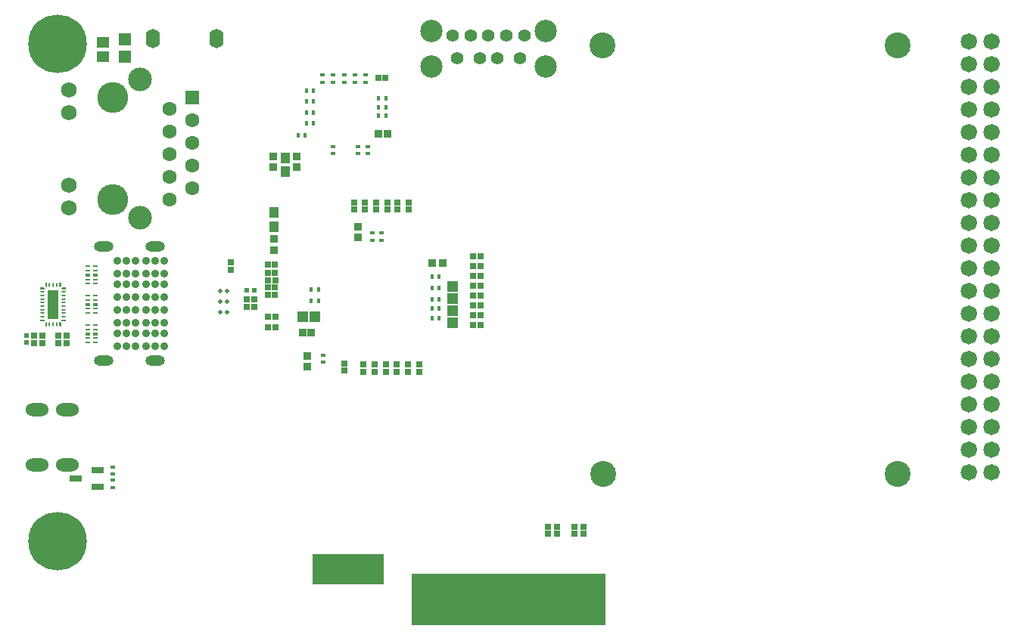
<source format=gbs>
G04*
G04 #@! TF.GenerationSoftware,Altium Limited,Altium Designer,24.4.1 (13)*
G04*
G04 Layer_Color=16711935*
%FSLAX44Y44*%
%MOMM*%
G71*
G04*
G04 #@! TF.SameCoordinates,03FE6816-4A6D-4829-BFD7-AFDAA43F001A*
G04*
G04*
G04 #@! TF.FilePolarity,Negative*
G04*
G01*
G75*
%ADD35R,0.5000X0.4000*%
%ADD45C,0.1800*%
G04:AMPARAMS|DCode=46|XSize=0.2mm|YSize=0.5mm|CornerRadius=0.05mm|HoleSize=0mm|Usage=FLASHONLY|Rotation=180.000|XOffset=0mm|YOffset=0mm|HoleType=Round|Shape=RoundedRectangle|*
%AMROUNDEDRECTD46*
21,1,0.2000,0.4000,0,0,180.0*
21,1,0.1000,0.5000,0,0,180.0*
1,1,0.1000,-0.0500,0.2000*
1,1,0.1000,0.0500,0.2000*
1,1,0.1000,0.0500,-0.2000*
1,1,0.1000,-0.0500,-0.2000*
%
%ADD46ROUNDEDRECTD46*%
G04:AMPARAMS|DCode=47|XSize=0.5mm|YSize=0.2mm|CornerRadius=0.05mm|HoleSize=0mm|Usage=FLASHONLY|Rotation=180.000|XOffset=0mm|YOffset=0mm|HoleType=Round|Shape=RoundedRectangle|*
%AMROUNDEDRECTD47*
21,1,0.5000,0.1000,0,0,180.0*
21,1,0.4000,0.2000,0,0,180.0*
1,1,0.1000,-0.2000,0.0500*
1,1,0.1000,0.2000,0.0500*
1,1,0.1000,0.2000,-0.0500*
1,1,0.1000,-0.2000,-0.0500*
%
%ADD47ROUNDEDRECTD47*%
G04:AMPARAMS|DCode=48|XSize=0.565mm|YSize=0.2mm|CornerRadius=0.05mm|HoleSize=0mm|Usage=FLASHONLY|Rotation=0.000|XOffset=0mm|YOffset=0mm|HoleType=Round|Shape=RoundedRectangle|*
%AMROUNDEDRECTD48*
21,1,0.5650,0.1000,0,0,0.0*
21,1,0.4650,0.2000,0,0,0.0*
1,1,0.1000,0.2325,-0.0500*
1,1,0.1000,-0.2325,-0.0500*
1,1,0.1000,-0.2325,0.0500*
1,1,0.1000,0.2325,0.0500*
%
%ADD48ROUNDEDRECTD48*%
%ADD64R,0.9051X0.9062*%
%ADD68R,0.4000X0.5000*%
%ADD77R,0.9062X0.9051*%
%ADD80R,0.5200X0.5200*%
%ADD90C,0.0000*%
%ADD91R,8.0000X3.4500*%
%ADD92R,21.7000X5.8500*%
%ADD94R,0.9144X4.3942*%
%ADD104R,0.7532X0.7532*%
G04:AMPARAMS|DCode=106|XSize=1.2mm|YSize=3.2mm|CornerRadius=0.048mm|HoleSize=0mm|Usage=FLASHONLY|Rotation=180.000|XOffset=0mm|YOffset=0mm|HoleType=Round|Shape=RoundedRectangle|*
%AMROUNDEDRECTD106*
21,1,1.2000,3.1040,0,0,180.0*
21,1,1.1040,3.2000,0,0,180.0*
1,1,0.0960,-0.5520,1.5520*
1,1,0.0960,0.5520,1.5520*
1,1,0.0960,0.5520,-1.5520*
1,1,0.0960,-0.5520,-1.5520*
%
%ADD106ROUNDEDRECTD106*%
G04:AMPARAMS|DCode=107|XSize=0.565mm|YSize=0.4mm|CornerRadius=0.05mm|HoleSize=0mm|Usage=FLASHONLY|Rotation=0.000|XOffset=0mm|YOffset=0mm|HoleType=Round|Shape=RoundedRectangle|*
%AMROUNDEDRECTD107*
21,1,0.5650,0.3000,0,0,0.0*
21,1,0.4650,0.4000,0,0,0.0*
1,1,0.1000,0.2325,-0.1500*
1,1,0.1000,-0.2325,-0.1500*
1,1,0.1000,-0.2325,0.1500*
1,1,0.1000,0.2325,0.1500*
%
%ADD107ROUNDEDRECTD107*%
%ADD108R,0.9032X0.8532*%
%ADD118R,0.6532X0.6532*%
%ADD119R,0.6532X0.6532*%
%ADD121R,0.8532X0.8532*%
%ADD124R,0.8032X0.7532*%
%ADD126O,2.2032X1.1176*%
%ADD127C,1.4112*%
%ADD128C,2.5032*%
%ADD129C,6.5532*%
G04:AMPARAMS|DCode=130|XSize=1.5mm|YSize=2.55mm|CornerRadius=0.75mm|HoleSize=0mm|Usage=FLASHONLY|Rotation=270.000|XOffset=0mm|YOffset=0mm|HoleType=Round|Shape=RoundedRectangle|*
%AMROUNDEDRECTD130*
21,1,1.5000,1.0500,0,0,270.0*
21,1,0.0000,2.5500,0,0,270.0*
1,1,1.5000,-0.5250,0.0000*
1,1,1.5000,-0.5250,0.0000*
1,1,1.5000,0.5250,0.0000*
1,1,1.5000,0.5250,0.0000*
%
%ADD130ROUNDEDRECTD130*%
%ADD131C,0.9032*%
%ADD132C,1.8232*%
%ADD133C,1.7332*%
%ADD134C,1.6012*%
%ADD135O,1.6032X2.1532*%
%ADD136R,1.6012X1.6012*%
%ADD137C,2.6482*%
%ADD138C,3.4532*%
%ADD139C,2.9032*%
%ADD140C,0.5000*%
%ADD171R,1.0582X1.3061*%
%ADD174R,1.3062X1.1544*%
%ADD176R,0.5200X0.5200*%
%ADD177R,1.1544X1.3062*%
%ADD179R,1.4621X1.3549*%
%ADD180R,1.4562X1.3046*%
%ADD183R,0.9144X3.4036*%
%ADD184R,1.4532X0.8032*%
%ADD185R,0.7532X0.7532*%
%ADD186R,0.7532X0.8032*%
%ADD187R,0.7032X0.6532*%
%ADD188R,0.7432X0.7832*%
G36*
X35500Y294500D02*
X35599D01*
X35783Y294424D01*
X35924Y294283D01*
X36000Y294099D01*
Y294000D01*
X36000D01*
Y290000D01*
X36000Y289900D01*
X35924Y289717D01*
X35783Y289576D01*
X35599Y289500D01*
X35500D01*
Y289500D01*
X34500Y289500D01*
X34400Y289500D01*
X34217Y289576D01*
X34076Y289717D01*
X34000Y289900D01*
X34000Y290000D01*
Y293600D01*
X34900Y294500D01*
X35500Y294500D01*
D02*
G37*
G36*
X33000Y297000D02*
X33099D01*
X33283Y296924D01*
X33424Y296783D01*
X33500Y296599D01*
Y296500D01*
X33500Y295900D01*
X32600Y295000D01*
X29000D01*
Y295000D01*
X28900Y295000D01*
X28717Y295076D01*
X28576Y295217D01*
X28500Y295401D01*
X28500Y295500D01*
X28500Y296500D01*
Y296599D01*
X28576Y296783D01*
X28717Y296924D01*
X28901Y297000D01*
X29000Y297000D01*
X33000Y297000D01*
Y297000D01*
D02*
G37*
G36*
X52000Y293600D02*
Y290000D01*
X52000D01*
X52000Y289900D01*
X51924Y289717D01*
X51783Y289576D01*
X51599Y289500D01*
X51500Y289500D01*
X50500Y289500D01*
X50401D01*
X50217Y289576D01*
X50076Y289717D01*
X50000Y289901D01*
X50000Y290000D01*
X50000Y294000D01*
Y294099D01*
X50076Y294283D01*
X50217Y294424D01*
X50401Y294500D01*
X50500D01*
X51100Y294500D01*
X52000Y293600D01*
D02*
G37*
G36*
X57000Y297000D02*
X57099Y297000D01*
X57283Y296924D01*
X57424Y296783D01*
X57500Y296599D01*
Y296500D01*
X57500D01*
X57500Y295500D01*
X57500Y295401D01*
X57424Y295217D01*
X57283Y295076D01*
X57099Y295000D01*
X57000Y295000D01*
X57000Y295000D01*
X53400D01*
X52500Y295900D01*
Y296500D01*
Y296599D01*
X52576Y296783D01*
X52717Y296924D01*
X52901Y297000D01*
X53000D01*
X53000Y297000D01*
X57000Y297000D01*
D02*
G37*
G36*
X29000Y333000D02*
X32600D01*
X33500Y332100D01*
X33500Y331500D01*
Y331401D01*
X33424Y331217D01*
X33283Y331076D01*
X33099Y331000D01*
X33000D01*
Y331000D01*
X29000D01*
X28901Y331000D01*
X28717Y331076D01*
X28576Y331217D01*
X28500Y331401D01*
Y331500D01*
Y331500D01*
X28500Y332500D01*
X28500Y332599D01*
X28576Y332783D01*
X28717Y332924D01*
X28900Y333000D01*
X29000Y333000D01*
D02*
G37*
G36*
X34500Y338500D02*
X35500Y338500D01*
Y338500D01*
X35599D01*
X35783Y338424D01*
X35924Y338283D01*
X36000Y338099D01*
X36000Y338000D01*
Y334000D01*
X36000Y334000D01*
Y333901D01*
X35924Y333717D01*
X35783Y333576D01*
X35599Y333500D01*
X34900D01*
X34000Y334400D01*
Y338000D01*
X34000Y338100D01*
X34076Y338283D01*
X34217Y338424D01*
X34400Y338500D01*
X34500Y338500D01*
D02*
G37*
G36*
X51783Y338424D02*
X51924Y338283D01*
X52000Y338100D01*
X52000Y338000D01*
X52000Y338000D01*
Y334400D01*
X51100Y333500D01*
X50401D01*
X50217Y333576D01*
X50076Y333717D01*
X50000Y333901D01*
Y334000D01*
Y334000D01*
X50000Y338000D01*
X50000Y338099D01*
X50076Y338283D01*
X50217Y338424D01*
X50401Y338500D01*
X50500D01*
X50500Y338500D01*
X51500Y338500D01*
X51599Y338500D01*
X51783Y338424D01*
D02*
G37*
G36*
X57283Y332924D02*
X57424Y332783D01*
X57500Y332599D01*
X57500Y332500D01*
X57500Y331500D01*
X57500Y331500D01*
Y331401D01*
X57424Y331217D01*
X57283Y331076D01*
X57099Y331000D01*
X57000Y331000D01*
X53000D01*
X53000Y331000D01*
X52901D01*
X52717Y331076D01*
X52576Y331217D01*
X52500Y331401D01*
Y331500D01*
Y332100D01*
X53400Y333000D01*
X57000D01*
X57099Y333000D01*
X57283Y332924D01*
D02*
G37*
D35*
X109500Y132000D02*
D03*
Y124000D02*
D03*
Y109000D02*
D03*
Y117000D02*
D03*
X392750Y570750D02*
D03*
X368750D02*
D03*
X384000Y483000D02*
D03*
X356500Y570750D02*
D03*
X400000Y386000D02*
D03*
X392750Y562750D02*
D03*
X380750D02*
D03*
X368750D02*
D03*
X356500D02*
D03*
X356000Y491000D02*
D03*
X410000Y394000D02*
D03*
X395000Y491000D02*
D03*
X400000Y394000D02*
D03*
X384000Y491000D02*
D03*
X344500Y562750D02*
D03*
X345000Y249000D02*
D03*
X410000Y386000D02*
D03*
X345000Y257000D02*
D03*
X380750Y570750D02*
D03*
X395000Y483000D02*
D03*
X344500Y570750D02*
D03*
X356000Y483000D02*
D03*
D45*
X35000Y292000D02*
D03*
X51000D02*
D03*
X35000Y336000D02*
D03*
X51000D02*
D03*
X31000Y296000D02*
D03*
Y332000D02*
D03*
X55000Y296000D02*
D03*
Y332000D02*
D03*
D46*
X39000Y336000D02*
D03*
X43000D02*
D03*
X47000D02*
D03*
Y292000D02*
D03*
X43000D02*
D03*
X39000D02*
D03*
D47*
X31000Y300000D02*
D03*
Y304000D02*
D03*
Y308000D02*
D03*
Y312000D02*
D03*
Y316000D02*
D03*
Y320000D02*
D03*
Y324000D02*
D03*
Y328000D02*
D03*
X55000D02*
D03*
Y324000D02*
D03*
Y320000D02*
D03*
Y316000D02*
D03*
Y312000D02*
D03*
Y308000D02*
D03*
Y304000D02*
D03*
Y300000D02*
D03*
D48*
X81650Y291000D02*
D03*
X90000D02*
D03*
X81650Y286000D02*
D03*
X90000D02*
D03*
X81650Y276000D02*
D03*
X90000D02*
D03*
X81650Y271000D02*
D03*
X90000D02*
D03*
X81825Y357000D02*
D03*
X90175D02*
D03*
X81825Y352000D02*
D03*
X90175D02*
D03*
Y342000D02*
D03*
X81825D02*
D03*
X90175Y337000D02*
D03*
X81825D02*
D03*
X90350Y319000D02*
D03*
X82000D02*
D03*
Y309000D02*
D03*
X90350D02*
D03*
Y304000D02*
D03*
X82000D02*
D03*
Y324000D02*
D03*
X90350D02*
D03*
D64*
X466994Y360000D02*
D03*
X479006D02*
D03*
D68*
X415000Y535000D02*
D03*
X407000D02*
D03*
X415000Y525000D02*
D03*
X326500Y553000D02*
D03*
Y528750D02*
D03*
Y517000D02*
D03*
X467000Y345000D02*
D03*
Y320000D02*
D03*
Y309000D02*
D03*
X475000D02*
D03*
Y345000D02*
D03*
Y320000D02*
D03*
Y332000D02*
D03*
X467000Y298000D02*
D03*
X407000Y545000D02*
D03*
Y525000D02*
D03*
X334500Y553000D02*
D03*
Y541000D02*
D03*
Y528750D02*
D03*
X325000Y503000D02*
D03*
X334500Y517000D02*
D03*
X332000Y318000D02*
D03*
Y331000D02*
D03*
X340000Y318000D02*
D03*
Y331000D02*
D03*
X467000Y332000D02*
D03*
X415000Y545000D02*
D03*
X326500Y541000D02*
D03*
X317000Y503000D02*
D03*
X475000Y298000D02*
D03*
D77*
X327000Y256006D02*
D03*
Y243994D02*
D03*
X290000Y387006D02*
D03*
Y374994D02*
D03*
X289500Y467494D02*
D03*
Y479506D02*
D03*
X315500D02*
D03*
Y467494D02*
D03*
X384000Y388994D02*
D03*
Y401006D02*
D03*
D80*
X259750Y329750D02*
D03*
X267750D02*
D03*
D90*
X1076211Y608600D02*
G03*
X1076211Y608600I-8611J0D01*
G01*
X1101611D02*
G03*
X1101611Y608600I-8611J0D01*
G01*
X1076211Y583200D02*
G03*
X1076211Y583200I-8611J0D01*
G01*
X1101611D02*
G03*
X1101611Y583200I-8611J0D01*
G01*
X1076211Y557800D02*
G03*
X1076211Y557800I-8611J0D01*
G01*
X1101611D02*
G03*
X1101611Y557800I-8611J0D01*
G01*
X1076211Y532400D02*
G03*
X1076211Y532400I-8611J0D01*
G01*
X1101611D02*
G03*
X1101611Y532400I-8611J0D01*
G01*
X1076211Y507000D02*
G03*
X1076211Y507000I-8611J0D01*
G01*
X1101611D02*
G03*
X1101611Y507000I-8611J0D01*
G01*
X1076211Y481600D02*
G03*
X1076211Y481600I-8611J0D01*
G01*
X1101611D02*
G03*
X1101611Y481600I-8611J0D01*
G01*
X1076211Y456200D02*
G03*
X1076211Y456200I-8611J0D01*
G01*
X1101611D02*
G03*
X1101611Y456200I-8611J0D01*
G01*
X1076211Y430800D02*
G03*
X1076211Y430800I-8611J0D01*
G01*
X1101611D02*
G03*
X1101611Y430800I-8611J0D01*
G01*
X1076211Y405400D02*
G03*
X1076211Y405400I-8611J0D01*
G01*
X1101611D02*
G03*
X1101611Y405400I-8611J0D01*
G01*
X1076211Y380000D02*
G03*
X1076211Y380000I-8611J0D01*
G01*
X1101611D02*
G03*
X1101611Y380000I-8611J0D01*
G01*
X1076211Y354600D02*
G03*
X1076211Y354600I-8611J0D01*
G01*
X1101611D02*
G03*
X1101611Y354600I-8611J0D01*
G01*
X1076211Y329200D02*
G03*
X1076211Y329200I-8611J0D01*
G01*
X1101611D02*
G03*
X1101611Y329200I-8611J0D01*
G01*
X1076211Y303800D02*
G03*
X1076211Y303800I-8611J0D01*
G01*
X1101611D02*
G03*
X1101611Y303800I-8611J0D01*
G01*
X1076211Y278400D02*
G03*
X1076211Y278400I-8611J0D01*
G01*
X1101611D02*
G03*
X1101611Y278400I-8611J0D01*
G01*
X1076211Y253000D02*
G03*
X1076211Y253000I-8611J0D01*
G01*
X1101611D02*
G03*
X1101611Y253000I-8611J0D01*
G01*
X1076211Y227600D02*
G03*
X1076211Y227600I-8611J0D01*
G01*
X1101611D02*
G03*
X1101611Y227600I-8611J0D01*
G01*
X1076211Y202200D02*
G03*
X1076211Y202200I-8611J0D01*
G01*
X1101611D02*
G03*
X1101611Y202200I-8611J0D01*
G01*
X1076211Y176800D02*
G03*
X1076211Y176800I-8611J0D01*
G01*
X1101611D02*
G03*
X1101611Y176800I-8611J0D01*
G01*
X1076211Y151400D02*
G03*
X1076211Y151400I-8611J0D01*
G01*
X1101611D02*
G03*
X1101611Y151400I-8611J0D01*
G01*
X1076211Y126000D02*
G03*
X1076211Y126000I-8611J0D01*
G01*
X1101611D02*
G03*
X1101611Y126000I-8611J0D01*
G01*
D91*
X373500Y17250D02*
D03*
D92*
X552500Y-16750D02*
D03*
D94*
X496514Y-9906D02*
D03*
X506514D02*
D03*
X516514D02*
D03*
X526514D02*
D03*
X626514D02*
D03*
X636514D02*
D03*
X596514D02*
D03*
X606514D02*
D03*
X556514D02*
D03*
X486514D02*
D03*
X616514D02*
D03*
X586514D02*
D03*
X646514D02*
D03*
X466514D02*
D03*
X476514D02*
D03*
X546514D02*
D03*
X536514D02*
D03*
D104*
X242000Y352250D02*
D03*
Y361250D02*
D03*
X48750Y279250D02*
D03*
Y270250D02*
D03*
X57750Y279250D02*
D03*
Y270250D02*
D03*
X31250Y279250D02*
D03*
Y270250D02*
D03*
D106*
X43000Y314000D02*
D03*
D107*
X81650Y281000D02*
D03*
X90000D02*
D03*
X90175Y347000D02*
D03*
X81825D02*
D03*
X82000Y314000D02*
D03*
X90350D02*
D03*
D108*
X407250Y505000D02*
D03*
X416750D02*
D03*
D118*
X452500Y246500D02*
D03*
Y238500D02*
D03*
X440000Y246500D02*
D03*
Y238500D02*
D03*
X427500Y246500D02*
D03*
Y238500D02*
D03*
X415000Y246500D02*
D03*
Y238500D02*
D03*
X402500Y246500D02*
D03*
Y238500D02*
D03*
X390000Y246500D02*
D03*
Y238500D02*
D03*
X369000Y248000D02*
D03*
Y240000D02*
D03*
X441000Y428000D02*
D03*
X428454D02*
D03*
X416727D02*
D03*
X391909D02*
D03*
X404182D02*
D03*
X379636D02*
D03*
X441000Y420000D02*
D03*
X416727D02*
D03*
X428454D02*
D03*
X404182D02*
D03*
X391909D02*
D03*
X379636D02*
D03*
D119*
X513000Y368000D02*
D03*
X521000D02*
D03*
X283250Y324750D02*
D03*
X283250Y332818D02*
D03*
X283500Y340750D02*
D03*
X521000Y291000D02*
D03*
Y302000D02*
D03*
X283250Y348887D02*
D03*
Y358409D02*
D03*
X521000Y357000D02*
D03*
Y346000D02*
D03*
Y313000D02*
D03*
Y324000D02*
D03*
X521000Y335000D02*
D03*
X283500Y300000D02*
D03*
X283500Y288000D02*
D03*
X291500D02*
D03*
X291250Y348887D02*
D03*
Y358409D02*
D03*
X291250Y332818D02*
D03*
X291250Y324750D02*
D03*
X291500Y340750D02*
D03*
Y300000D02*
D03*
X513000Y302000D02*
D03*
Y346000D02*
D03*
Y357000D02*
D03*
Y313000D02*
D03*
Y324000D02*
D03*
X513000Y335000D02*
D03*
X513000Y291000D02*
D03*
D121*
X322000Y282000D02*
D03*
X332000D02*
D03*
D124*
X259500Y320000D02*
D03*
X268000D02*
D03*
D126*
X156800Y378500D02*
D03*
X100000Y251000D02*
D03*
X156800D02*
D03*
X100000Y378500D02*
D03*
D127*
X530000Y615000D02*
D03*
X510000D02*
D03*
X490000D02*
D03*
X550000D02*
D03*
X570000D02*
D03*
X565000Y590000D02*
D03*
X520000D02*
D03*
X540000D02*
D03*
X495000D02*
D03*
D128*
X594000Y580000D02*
D03*
Y620000D02*
D03*
X466000Y580000D02*
D03*
Y620000D02*
D03*
D129*
X48018Y605540D02*
D03*
X48018Y48500D02*
D03*
D130*
X59100Y134000D02*
D03*
Y196000D02*
D03*
X25500Y134000D02*
D03*
Y196000D02*
D03*
D131*
X167000Y362500D02*
D03*
Y348000D02*
D03*
Y336500D02*
D03*
Y322000D02*
D03*
Y307500D02*
D03*
Y293000D02*
D03*
Y281500D02*
D03*
Y267000D02*
D03*
X157000Y362500D02*
D03*
Y348000D02*
D03*
Y336500D02*
D03*
Y322000D02*
D03*
Y307500D02*
D03*
Y293000D02*
D03*
Y281500D02*
D03*
Y267000D02*
D03*
X147000Y362500D02*
D03*
Y348000D02*
D03*
Y336500D02*
D03*
Y322000D02*
D03*
Y307500D02*
D03*
Y293000D02*
D03*
Y281500D02*
D03*
Y267000D02*
D03*
X135000Y362500D02*
D03*
Y348000D02*
D03*
Y336500D02*
D03*
Y322000D02*
D03*
Y307500D02*
D03*
Y293000D02*
D03*
Y281500D02*
D03*
Y267000D02*
D03*
X125000Y362500D02*
D03*
Y348000D02*
D03*
Y336500D02*
D03*
Y322000D02*
D03*
Y307500D02*
D03*
Y293000D02*
D03*
Y281500D02*
D03*
Y267000D02*
D03*
X115000Y362500D02*
D03*
Y348000D02*
D03*
Y336500D02*
D03*
Y322000D02*
D03*
Y307500D02*
D03*
Y293000D02*
D03*
Y281500D02*
D03*
Y267000D02*
D03*
D132*
X1067600Y608600D02*
D03*
X1093000D02*
D03*
X1067600Y583200D02*
D03*
X1093000D02*
D03*
X1067600Y557800D02*
D03*
X1093000D02*
D03*
X1067600Y532400D02*
D03*
X1093000D02*
D03*
X1067600Y507000D02*
D03*
X1093000D02*
D03*
X1067600Y481600D02*
D03*
X1093000D02*
D03*
X1067600Y456200D02*
D03*
X1093000D02*
D03*
X1067600Y430800D02*
D03*
X1093000D02*
D03*
X1067600Y405400D02*
D03*
X1093000D02*
D03*
X1067600Y380000D02*
D03*
X1093000D02*
D03*
X1067600Y354600D02*
D03*
X1093000D02*
D03*
X1067600Y329200D02*
D03*
X1093000D02*
D03*
X1067600Y303800D02*
D03*
X1093000D02*
D03*
X1067600Y278400D02*
D03*
X1093000D02*
D03*
X1067600Y253000D02*
D03*
X1093000D02*
D03*
X1067600Y227600D02*
D03*
X1093000D02*
D03*
X1067600Y202200D02*
D03*
X1093000D02*
D03*
X1067600Y176800D02*
D03*
X1093000D02*
D03*
X1067600Y151400D02*
D03*
X1093000D02*
D03*
X1067600Y126000D02*
D03*
X1093000D02*
D03*
D133*
X60500Y421900D02*
D03*
Y554400D02*
D03*
Y529000D02*
D03*
Y447300D02*
D03*
D134*
X198400Y519950D02*
D03*
X173000Y532550D02*
D03*
X198400Y469150D02*
D03*
X173000Y507150D02*
D03*
Y481750D02*
D03*
X198400Y494550D02*
D03*
Y443750D02*
D03*
X173000Y456350D02*
D03*
Y430950D02*
D03*
D135*
X225750Y611950D02*
D03*
X154250D02*
D03*
D136*
X198400Y545350D02*
D03*
D137*
X140000Y565600D02*
D03*
Y410700D02*
D03*
D138*
X109500Y545300D02*
D03*
Y431000D02*
D03*
D139*
X988011Y123808D02*
D03*
Y603808D02*
D03*
X658011Y123808D02*
D03*
X657975Y603808D02*
D03*
D140*
X230250Y329000D02*
D03*
Y317000D02*
D03*
Y305000D02*
D03*
X237250Y329000D02*
D03*
Y317000D02*
D03*
Y305000D02*
D03*
X39500Y302000D02*
D03*
Y314000D02*
D03*
Y326000D02*
D03*
X46500Y302000D02*
D03*
Y314000D02*
D03*
Y326000D02*
D03*
D171*
X290000Y401239D02*
D03*
Y416761D02*
D03*
X302500Y462500D02*
D03*
Y478022D02*
D03*
D174*
X490000Y307000D02*
D03*
Y293482D02*
D03*
Y320241D02*
D03*
Y333759D02*
D03*
D176*
X13500Y271000D02*
D03*
Y279000D02*
D03*
D177*
X322241Y300000D02*
D03*
X335759D02*
D03*
D179*
X123500Y610756D02*
D03*
Y591244D02*
D03*
D180*
X98500Y607308D02*
D03*
Y591192D02*
D03*
D183*
X456514Y-4953D02*
D03*
D184*
X93000Y128520D02*
D03*
Y109480D02*
D03*
X68000Y119000D02*
D03*
D185*
X259250Y311000D02*
D03*
X268250D02*
D03*
D186*
X22000Y270500D02*
D03*
Y279000D02*
D03*
D187*
X407000Y568000D02*
D03*
X414500D02*
D03*
D188*
X606514Y64900D02*
D03*
X596514D02*
D03*
X606514Y57100D02*
D03*
X596514D02*
D03*
X636514D02*
D03*
X626514D02*
D03*
X636514Y64900D02*
D03*
X626514D02*
D03*
M02*

</source>
